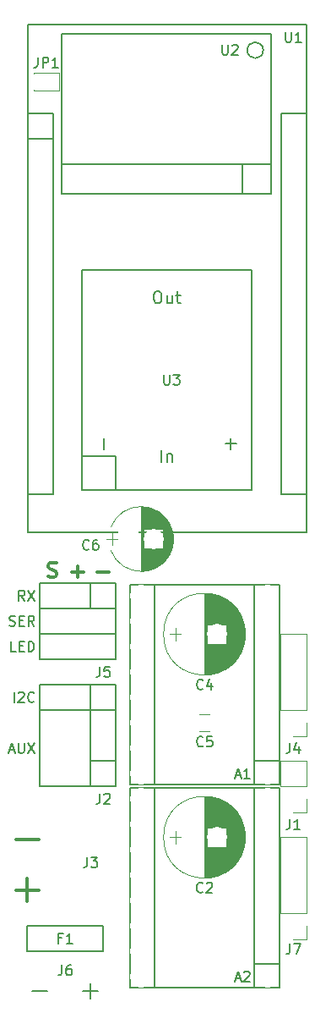
<source format=gto>
G04 #@! TF.GenerationSoftware,KiCad,Pcbnew,(5.1.9)-1*
G04 #@! TF.CreationDate,2021-04-15T13:52:47+07:00*
G04 #@! TF.ProjectId,pendulumRobotModule,70656e64-756c-4756-9d52-6f626f744d6f,rev?*
G04 #@! TF.SameCoordinates,Original*
G04 #@! TF.FileFunction,Legend,Top*
G04 #@! TF.FilePolarity,Positive*
%FSLAX46Y46*%
G04 Gerber Fmt 4.6, Leading zero omitted, Abs format (unit mm)*
G04 Created by KiCad (PCBNEW (5.1.9)-1) date 2021-04-15 13:52:47*
%MOMM*%
%LPD*%
G01*
G04 APERTURE LIST*
%ADD10C,0.200000*%
%ADD11C,0.300000*%
%ADD12C,0.150000*%
%ADD13C,0.120000*%
%ADD14C,2.200000*%
%ADD15C,3.600000*%
%ADD16C,2.000000*%
%ADD17O,2.100000X2.100000*%
%ADD18C,4.100000*%
G04 APERTURE END LIST*
D10*
X94488095Y-130952857D02*
X96011904Y-130952857D01*
X99568095Y-130952857D02*
X101091904Y-130952857D01*
X100330000Y-131714761D02*
X100330000Y-130190952D01*
X106950000Y-60937857D02*
X107178571Y-60937857D01*
X107292857Y-60995000D01*
X107407142Y-61109285D01*
X107464285Y-61337857D01*
X107464285Y-61737857D01*
X107407142Y-61966428D01*
X107292857Y-62080714D01*
X107178571Y-62137857D01*
X106950000Y-62137857D01*
X106835714Y-62080714D01*
X106721428Y-61966428D01*
X106664285Y-61737857D01*
X106664285Y-61337857D01*
X106721428Y-61109285D01*
X106835714Y-60995000D01*
X106950000Y-60937857D01*
X108492857Y-61337857D02*
X108492857Y-62137857D01*
X107978571Y-61337857D02*
X107978571Y-61966428D01*
X108035714Y-62080714D01*
X108150000Y-62137857D01*
X108321428Y-62137857D01*
X108435714Y-62080714D01*
X108492857Y-62023571D01*
X108892857Y-61337857D02*
X109350000Y-61337857D01*
X109064285Y-60937857D02*
X109064285Y-61966428D01*
X109121428Y-62080714D01*
X109235714Y-62137857D01*
X109350000Y-62137857D01*
X107407142Y-78012857D02*
X107407142Y-76812857D01*
X107978571Y-77212857D02*
X107978571Y-78012857D01*
X107978571Y-77327142D02*
X108035714Y-77270000D01*
X108150000Y-77212857D01*
X108321428Y-77212857D01*
X108435714Y-77270000D01*
X108492857Y-77384285D01*
X108492857Y-78012857D01*
X100330000Y-107950000D02*
X102870000Y-107950000D01*
X102870000Y-95250000D02*
X95250000Y-95250000D01*
X95250000Y-92710000D02*
X100330000Y-92710000D01*
X100330000Y-102870000D02*
X100330000Y-110490000D01*
X95250000Y-102870000D02*
X100330000Y-102870000D01*
X92199333Y-106846666D02*
X92675523Y-106846666D01*
X92104095Y-107132380D02*
X92437428Y-106132380D01*
X92770761Y-107132380D01*
X93104095Y-106132380D02*
X93104095Y-106941904D01*
X93151714Y-107037142D01*
X93199333Y-107084761D01*
X93294571Y-107132380D01*
X93485047Y-107132380D01*
X93580285Y-107084761D01*
X93627904Y-107037142D01*
X93675523Y-106941904D01*
X93675523Y-106132380D01*
X94056476Y-106132380D02*
X94723142Y-107132380D01*
X94723142Y-106132380D02*
X94056476Y-107132380D01*
X92675523Y-102052380D02*
X92675523Y-101052380D01*
X93104095Y-101147619D02*
X93151714Y-101100000D01*
X93246952Y-101052380D01*
X93485047Y-101052380D01*
X93580285Y-101100000D01*
X93627904Y-101147619D01*
X93675523Y-101242857D01*
X93675523Y-101338095D01*
X93627904Y-101480952D01*
X93056476Y-102052380D01*
X93675523Y-102052380D01*
X94675523Y-101957142D02*
X94627904Y-102004761D01*
X94485047Y-102052380D01*
X94389809Y-102052380D01*
X94246952Y-102004761D01*
X94151714Y-101909523D01*
X94104095Y-101814285D01*
X94056476Y-101623809D01*
X94056476Y-101480952D01*
X94104095Y-101290476D01*
X94151714Y-101195238D01*
X94246952Y-101100000D01*
X94389809Y-101052380D01*
X94485047Y-101052380D01*
X94627904Y-101100000D01*
X94675523Y-101147619D01*
X92866000Y-96972380D02*
X92389809Y-96972380D01*
X92389809Y-95972380D01*
X93199333Y-96448571D02*
X93532666Y-96448571D01*
X93675523Y-96972380D02*
X93199333Y-96972380D01*
X93199333Y-95972380D01*
X93675523Y-95972380D01*
X94104095Y-96972380D02*
X94104095Y-95972380D01*
X94342190Y-95972380D01*
X94485047Y-96020000D01*
X94580285Y-96115238D01*
X94627904Y-96210476D01*
X94675523Y-96400952D01*
X94675523Y-96543809D01*
X94627904Y-96734285D01*
X94580285Y-96829523D01*
X94485047Y-96924761D01*
X94342190Y-96972380D01*
X94104095Y-96972380D01*
X92199333Y-94384761D02*
X92342190Y-94432380D01*
X92580285Y-94432380D01*
X92675523Y-94384761D01*
X92723142Y-94337142D01*
X92770761Y-94241904D01*
X92770761Y-94146666D01*
X92723142Y-94051428D01*
X92675523Y-94003809D01*
X92580285Y-93956190D01*
X92389809Y-93908571D01*
X92294571Y-93860952D01*
X92246952Y-93813333D01*
X92199333Y-93718095D01*
X92199333Y-93622857D01*
X92246952Y-93527619D01*
X92294571Y-93480000D01*
X92389809Y-93432380D01*
X92627904Y-93432380D01*
X92770761Y-93480000D01*
X93199333Y-93908571D02*
X93532666Y-93908571D01*
X93675523Y-94432380D02*
X93199333Y-94432380D01*
X93199333Y-93432380D01*
X93675523Y-93432380D01*
X94675523Y-94432380D02*
X94342190Y-93956190D01*
X94104095Y-94432380D02*
X94104095Y-93432380D01*
X94485047Y-93432380D01*
X94580285Y-93480000D01*
X94627904Y-93527619D01*
X94675523Y-93622857D01*
X94675523Y-93765714D01*
X94627904Y-93860952D01*
X94580285Y-93908571D01*
X94485047Y-93956190D01*
X94104095Y-93956190D01*
X93723142Y-91892380D02*
X93389809Y-91416190D01*
X93151714Y-91892380D02*
X93151714Y-90892380D01*
X93532666Y-90892380D01*
X93627904Y-90940000D01*
X93675523Y-90987619D01*
X93723142Y-91082857D01*
X93723142Y-91225714D01*
X93675523Y-91320952D01*
X93627904Y-91368571D01*
X93532666Y-91416190D01*
X93151714Y-91416190D01*
X94056476Y-90892380D02*
X94723142Y-91892380D01*
X94723142Y-90892380D02*
X94056476Y-91892380D01*
D11*
X92837142Y-115784285D02*
X95122857Y-115784285D01*
X92837142Y-120864285D02*
X95122857Y-120864285D01*
X93980000Y-122007142D02*
X93980000Y-119721428D01*
X96091428Y-89507142D02*
X96305714Y-89578571D01*
X96662857Y-89578571D01*
X96805714Y-89507142D01*
X96877142Y-89435714D01*
X96948571Y-89292857D01*
X96948571Y-89150000D01*
X96877142Y-89007142D01*
X96805714Y-88935714D01*
X96662857Y-88864285D01*
X96377142Y-88792857D01*
X96234285Y-88721428D01*
X96162857Y-88650000D01*
X96091428Y-88507142D01*
X96091428Y-88364285D01*
X96162857Y-88221428D01*
X96234285Y-88150000D01*
X96377142Y-88078571D01*
X96734285Y-88078571D01*
X96948571Y-88150000D01*
X98488571Y-89007142D02*
X99631428Y-89007142D01*
X99060000Y-89578571D02*
X99060000Y-88435714D01*
X101028571Y-89007142D02*
X102171428Y-89007142D01*
D12*
X102870000Y-90170000D02*
X102870000Y-97790000D01*
X102870000Y-97790000D02*
X95250000Y-97790000D01*
X95250000Y-97790000D02*
X95250000Y-90170000D01*
X95250000Y-90170000D02*
X102870000Y-90170000D01*
X100330000Y-90170000D02*
X100330000Y-92710000D01*
X100330000Y-92710000D02*
X102870000Y-92710000D01*
X102870000Y-110490000D02*
X102870000Y-100330000D01*
X102870000Y-100330000D02*
X95250000Y-100330000D01*
X95250000Y-100330000D02*
X95250000Y-110490000D01*
X95250000Y-110490000D02*
X102870000Y-110490000D01*
X100330000Y-100330000D02*
X100330000Y-102870000D01*
X100330000Y-102870000D02*
X102870000Y-102870000D01*
X121995001Y-40640000D02*
X121995001Y-83820000D01*
X94055001Y-83820000D02*
X94055001Y-40640000D01*
X94055001Y-34290000D02*
X94055001Y-40640000D01*
X94055001Y-34290000D02*
X121995001Y-34290000D01*
X121995001Y-34290000D02*
X121995001Y-40640000D01*
X121995001Y-83820000D02*
X121995001Y-85090000D01*
X121995001Y-85090000D02*
X94055001Y-85090000D01*
X94055001Y-85090000D02*
X94055001Y-83820000D01*
X94055001Y-43180000D02*
X96595001Y-43180000D01*
X96595001Y-43180000D02*
X96595001Y-81280000D01*
X96595001Y-81280000D02*
X94055001Y-81280000D01*
X121995001Y-81280000D02*
X119455001Y-81280000D01*
X119455001Y-81280000D02*
X119455001Y-43180000D01*
X119455001Y-43180000D02*
X121995001Y-43180000D01*
X96595001Y-45720000D02*
X94055001Y-45720000D01*
X99450000Y-80850000D02*
X99450000Y-58850000D01*
X99450000Y-58850000D02*
X116450000Y-58850000D01*
X116450000Y-58850000D02*
X116450000Y-80350000D01*
X116450000Y-80350000D02*
X116450000Y-80850000D01*
X116450000Y-80850000D02*
X99450000Y-80850000D01*
X102870000Y-77470000D02*
X102870000Y-80850000D01*
X102870000Y-77470000D02*
X99450000Y-77470000D01*
X116760000Y-128270000D02*
X119260000Y-128270000D01*
X106760000Y-110650000D02*
X106760000Y-130650000D01*
X116760000Y-110650000D02*
X106760000Y-110650000D01*
X116760000Y-130650000D02*
X116760000Y-110650000D01*
X119260000Y-110650000D02*
X119260000Y-130650000D01*
X104260000Y-110650000D02*
X119260000Y-110650000D01*
X104260000Y-130650000D02*
X104260000Y-110650000D01*
X119260000Y-130650000D02*
X104260000Y-130650000D01*
X118450000Y-35180000D02*
X118450000Y-51180000D01*
X118450000Y-51180000D02*
X97450000Y-51180000D01*
X97450000Y-51180000D02*
X97450000Y-35180000D01*
X97450000Y-35180000D02*
X118450000Y-35180000D01*
X118450000Y-48260000D02*
X97450000Y-48260000D01*
X117640000Y-36830000D02*
G75*
G03*
X117640000Y-36830000I-800000J0D01*
G01*
X115570000Y-48260000D02*
X115570000Y-51180000D01*
D13*
X108890000Y-94600000D02*
X108890000Y-95900000D01*
X108290000Y-95250000D02*
X109490000Y-95250000D01*
X115821000Y-95004000D02*
X115821000Y-95496000D01*
X115781000Y-94652000D02*
X115781000Y-95848000D01*
X115741000Y-94436000D02*
X115741000Y-96064000D01*
X115701000Y-94267000D02*
X115701000Y-96233000D01*
X115661000Y-94123000D02*
X115661000Y-96377000D01*
X115621000Y-93996000D02*
X115621000Y-96504000D01*
X115581000Y-93881000D02*
X115581000Y-96619000D01*
X115541000Y-93777000D02*
X115541000Y-96723000D01*
X115501000Y-93680000D02*
X115501000Y-96820000D01*
X115461000Y-93590000D02*
X115461000Y-96910000D01*
X115421000Y-93505000D02*
X115421000Y-96995000D01*
X115381000Y-93424000D02*
X115381000Y-97076000D01*
X115341000Y-93348000D02*
X115341000Y-97152000D01*
X115301000Y-93276000D02*
X115301000Y-97224000D01*
X115261000Y-93207000D02*
X115261000Y-97293000D01*
X115221000Y-93141000D02*
X115221000Y-97359000D01*
X115181000Y-93077000D02*
X115181000Y-97423000D01*
X115141000Y-93016000D02*
X115141000Y-97484000D01*
X115101000Y-92957000D02*
X115101000Y-97543000D01*
X115061000Y-92901000D02*
X115061000Y-97599000D01*
X115021000Y-92846000D02*
X115021000Y-97654000D01*
X114981000Y-92793000D02*
X114981000Y-97707000D01*
X114941000Y-92742000D02*
X114941000Y-97758000D01*
X114901000Y-92693000D02*
X114901000Y-97807000D01*
X114861000Y-92645000D02*
X114861000Y-97855000D01*
X114821000Y-92598000D02*
X114821000Y-97902000D01*
X114781000Y-92553000D02*
X114781000Y-97947000D01*
X114741000Y-92510000D02*
X114741000Y-97990000D01*
X114701000Y-92467000D02*
X114701000Y-98033000D01*
X114661000Y-92426000D02*
X114661000Y-98074000D01*
X114621000Y-92385000D02*
X114621000Y-98115000D01*
X114581000Y-92346000D02*
X114581000Y-98154000D01*
X114541000Y-92308000D02*
X114541000Y-98192000D01*
X114501000Y-92271000D02*
X114501000Y-98229000D01*
X114461000Y-92235000D02*
X114461000Y-98265000D01*
X114421000Y-92200000D02*
X114421000Y-98300000D01*
X114381000Y-92166000D02*
X114381000Y-98334000D01*
X114341000Y-92132000D02*
X114341000Y-98368000D01*
X114301000Y-92100000D02*
X114301000Y-98400000D01*
X114261000Y-92068000D02*
X114261000Y-98432000D01*
X114221000Y-92037000D02*
X114221000Y-98463000D01*
X114181000Y-92007000D02*
X114181000Y-98493000D01*
X114141000Y-91978000D02*
X114141000Y-98522000D01*
X114101000Y-91949000D02*
X114101000Y-98551000D01*
X114061000Y-91921000D02*
X114061000Y-98579000D01*
X114021000Y-91894000D02*
X114021000Y-98606000D01*
X113981000Y-91867000D02*
X113981000Y-98633000D01*
X113941000Y-96230000D02*
X113941000Y-98658000D01*
X113941000Y-91842000D02*
X113941000Y-94270000D01*
X113901000Y-96230000D02*
X113901000Y-98684000D01*
X113901000Y-91816000D02*
X113901000Y-94270000D01*
X113861000Y-96230000D02*
X113861000Y-98708000D01*
X113861000Y-91792000D02*
X113861000Y-94270000D01*
X113821000Y-96230000D02*
X113821000Y-98732000D01*
X113821000Y-91768000D02*
X113821000Y-94270000D01*
X113781000Y-96230000D02*
X113781000Y-98755000D01*
X113781000Y-91745000D02*
X113781000Y-94270000D01*
X113741000Y-96230000D02*
X113741000Y-98778000D01*
X113741000Y-91722000D02*
X113741000Y-94270000D01*
X113701000Y-96230000D02*
X113701000Y-98800000D01*
X113701000Y-91700000D02*
X113701000Y-94270000D01*
X113661000Y-96230000D02*
X113661000Y-98822000D01*
X113661000Y-91678000D02*
X113661000Y-94270000D01*
X113621000Y-96230000D02*
X113621000Y-98843000D01*
X113621000Y-91657000D02*
X113621000Y-94270000D01*
X113581000Y-96230000D02*
X113581000Y-98863000D01*
X113581000Y-91637000D02*
X113581000Y-94270000D01*
X113541000Y-96230000D02*
X113541000Y-98883000D01*
X113541000Y-91617000D02*
X113541000Y-94270000D01*
X113501000Y-96230000D02*
X113501000Y-98902000D01*
X113501000Y-91598000D02*
X113501000Y-94270000D01*
X113461000Y-96230000D02*
X113461000Y-98921000D01*
X113461000Y-91579000D02*
X113461000Y-94270000D01*
X113421000Y-96230000D02*
X113421000Y-98940000D01*
X113421000Y-91560000D02*
X113421000Y-94270000D01*
X113381000Y-96230000D02*
X113381000Y-98957000D01*
X113381000Y-91543000D02*
X113381000Y-94270000D01*
X113341000Y-96230000D02*
X113341000Y-98975000D01*
X113341000Y-91525000D02*
X113341000Y-94270000D01*
X113301000Y-96230000D02*
X113301000Y-98991000D01*
X113301000Y-91509000D02*
X113301000Y-94270000D01*
X113261000Y-96230000D02*
X113261000Y-99008000D01*
X113261000Y-91492000D02*
X113261000Y-94270000D01*
X113221000Y-96230000D02*
X113221000Y-99023000D01*
X113221000Y-91477000D02*
X113221000Y-94270000D01*
X113181000Y-96230000D02*
X113181000Y-99039000D01*
X113181000Y-91461000D02*
X113181000Y-94270000D01*
X113141000Y-96230000D02*
X113141000Y-99053000D01*
X113141000Y-91447000D02*
X113141000Y-94270000D01*
X113101000Y-96230000D02*
X113101000Y-99068000D01*
X113101000Y-91432000D02*
X113101000Y-94270000D01*
X113061000Y-96230000D02*
X113061000Y-99082000D01*
X113061000Y-91418000D02*
X113061000Y-94270000D01*
X113021000Y-96230000D02*
X113021000Y-99095000D01*
X113021000Y-91405000D02*
X113021000Y-94270000D01*
X112981000Y-96230000D02*
X112981000Y-99108000D01*
X112981000Y-91392000D02*
X112981000Y-94270000D01*
X112941000Y-96230000D02*
X112941000Y-99120000D01*
X112941000Y-91380000D02*
X112941000Y-94270000D01*
X112901000Y-96230000D02*
X112901000Y-99133000D01*
X112901000Y-91367000D02*
X112901000Y-94270000D01*
X112861000Y-96230000D02*
X112861000Y-99144000D01*
X112861000Y-91356000D02*
X112861000Y-94270000D01*
X112821000Y-96230000D02*
X112821000Y-99155000D01*
X112821000Y-91345000D02*
X112821000Y-94270000D01*
X112781000Y-96230000D02*
X112781000Y-99166000D01*
X112781000Y-91334000D02*
X112781000Y-94270000D01*
X112741000Y-96230000D02*
X112741000Y-99176000D01*
X112741000Y-91324000D02*
X112741000Y-94270000D01*
X112701000Y-96230000D02*
X112701000Y-99186000D01*
X112701000Y-91314000D02*
X112701000Y-94270000D01*
X112661000Y-96230000D02*
X112661000Y-99196000D01*
X112661000Y-91304000D02*
X112661000Y-94270000D01*
X112621000Y-96230000D02*
X112621000Y-99205000D01*
X112621000Y-91295000D02*
X112621000Y-94270000D01*
X112581000Y-96230000D02*
X112581000Y-99213000D01*
X112581000Y-91287000D02*
X112581000Y-94270000D01*
X112541000Y-96230000D02*
X112541000Y-99221000D01*
X112541000Y-91279000D02*
X112541000Y-94270000D01*
X112501000Y-96230000D02*
X112501000Y-99229000D01*
X112501000Y-91271000D02*
X112501000Y-94270000D01*
X112461000Y-96230000D02*
X112461000Y-99237000D01*
X112461000Y-91263000D02*
X112461000Y-94270000D01*
X112420000Y-96230000D02*
X112420000Y-99244000D01*
X112420000Y-91256000D02*
X112420000Y-94270000D01*
X112380000Y-96230000D02*
X112380000Y-99250000D01*
X112380000Y-91250000D02*
X112380000Y-94270000D01*
X112340000Y-96230000D02*
X112340000Y-99256000D01*
X112340000Y-91244000D02*
X112340000Y-94270000D01*
X112300000Y-96230000D02*
X112300000Y-99262000D01*
X112300000Y-91238000D02*
X112300000Y-94270000D01*
X112260000Y-96230000D02*
X112260000Y-99267000D01*
X112260000Y-91233000D02*
X112260000Y-94270000D01*
X112220000Y-96230000D02*
X112220000Y-99272000D01*
X112220000Y-91228000D02*
X112220000Y-94270000D01*
X112180000Y-96230000D02*
X112180000Y-99277000D01*
X112180000Y-91223000D02*
X112180000Y-94270000D01*
X112140000Y-96230000D02*
X112140000Y-99281000D01*
X112140000Y-91219000D02*
X112140000Y-94270000D01*
X112100000Y-96230000D02*
X112100000Y-99285000D01*
X112100000Y-91215000D02*
X112100000Y-94270000D01*
X112060000Y-96230000D02*
X112060000Y-99288000D01*
X112060000Y-91212000D02*
X112060000Y-94270000D01*
X112020000Y-96230000D02*
X112020000Y-99291000D01*
X112020000Y-91209000D02*
X112020000Y-94270000D01*
X111980000Y-91207000D02*
X111980000Y-99293000D01*
X111940000Y-91204000D02*
X111940000Y-99296000D01*
X111900000Y-91203000D02*
X111900000Y-99297000D01*
X111860000Y-91201000D02*
X111860000Y-99299000D01*
X111820000Y-91200000D02*
X111820000Y-99300000D01*
X111780000Y-91200000D02*
X111780000Y-99300000D01*
X111740000Y-91200000D02*
X111740000Y-99300000D01*
X115830000Y-95250000D02*
G75*
G03*
X115830000Y-95250000I-4090000J0D01*
G01*
X121980000Y-113090000D02*
X120650000Y-113090000D01*
X121980000Y-111760000D02*
X121980000Y-113090000D01*
X119320000Y-110490000D02*
X121980000Y-110490000D01*
X119320000Y-107890000D02*
X119320000Y-110490000D01*
X121980000Y-107890000D02*
X119320000Y-107890000D01*
X121980000Y-110490000D02*
X121980000Y-107890000D01*
X121980000Y-105470000D02*
X120650000Y-105470000D01*
X121980000Y-104140000D02*
X121980000Y-105470000D01*
X119320000Y-102870000D02*
X121980000Y-102870000D01*
X119320000Y-95190000D02*
X119320000Y-102870000D01*
X121980000Y-95190000D02*
X119320000Y-95190000D01*
X121980000Y-102870000D02*
X121980000Y-95190000D01*
X121980000Y-125790000D02*
X120650000Y-125790000D01*
X121980000Y-124460000D02*
X121980000Y-125790000D01*
X119320000Y-123190000D02*
X121980000Y-123190000D01*
X119320000Y-115510000D02*
X119320000Y-123190000D01*
X121980000Y-115510000D02*
X119320000Y-115510000D01*
X121980000Y-123190000D02*
X121980000Y-115510000D01*
X94615000Y-40895000D02*
X94615000Y-39115000D01*
X97155000Y-39115000D02*
X97155000Y-40895000D01*
X97155000Y-39115000D02*
X94615000Y-39115000D01*
X94615000Y-40895000D02*
X97155000Y-40895000D01*
X115830000Y-115570000D02*
G75*
G03*
X115830000Y-115570000I-4090000J0D01*
G01*
X111740000Y-111520000D02*
X111740000Y-119620000D01*
X111780000Y-111520000D02*
X111780000Y-119620000D01*
X111820000Y-111520000D02*
X111820000Y-119620000D01*
X111860000Y-111521000D02*
X111860000Y-119619000D01*
X111900000Y-111523000D02*
X111900000Y-119617000D01*
X111940000Y-111524000D02*
X111940000Y-119616000D01*
X111980000Y-111527000D02*
X111980000Y-119613000D01*
X112020000Y-111529000D02*
X112020000Y-114590000D01*
X112020000Y-116550000D02*
X112020000Y-119611000D01*
X112060000Y-111532000D02*
X112060000Y-114590000D01*
X112060000Y-116550000D02*
X112060000Y-119608000D01*
X112100000Y-111535000D02*
X112100000Y-114590000D01*
X112100000Y-116550000D02*
X112100000Y-119605000D01*
X112140000Y-111539000D02*
X112140000Y-114590000D01*
X112140000Y-116550000D02*
X112140000Y-119601000D01*
X112180000Y-111543000D02*
X112180000Y-114590000D01*
X112180000Y-116550000D02*
X112180000Y-119597000D01*
X112220000Y-111548000D02*
X112220000Y-114590000D01*
X112220000Y-116550000D02*
X112220000Y-119592000D01*
X112260000Y-111553000D02*
X112260000Y-114590000D01*
X112260000Y-116550000D02*
X112260000Y-119587000D01*
X112300000Y-111558000D02*
X112300000Y-114590000D01*
X112300000Y-116550000D02*
X112300000Y-119582000D01*
X112340000Y-111564000D02*
X112340000Y-114590000D01*
X112340000Y-116550000D02*
X112340000Y-119576000D01*
X112380000Y-111570000D02*
X112380000Y-114590000D01*
X112380000Y-116550000D02*
X112380000Y-119570000D01*
X112420000Y-111576000D02*
X112420000Y-114590000D01*
X112420000Y-116550000D02*
X112420000Y-119564000D01*
X112461000Y-111583000D02*
X112461000Y-114590000D01*
X112461000Y-116550000D02*
X112461000Y-119557000D01*
X112501000Y-111591000D02*
X112501000Y-114590000D01*
X112501000Y-116550000D02*
X112501000Y-119549000D01*
X112541000Y-111599000D02*
X112541000Y-114590000D01*
X112541000Y-116550000D02*
X112541000Y-119541000D01*
X112581000Y-111607000D02*
X112581000Y-114590000D01*
X112581000Y-116550000D02*
X112581000Y-119533000D01*
X112621000Y-111615000D02*
X112621000Y-114590000D01*
X112621000Y-116550000D02*
X112621000Y-119525000D01*
X112661000Y-111624000D02*
X112661000Y-114590000D01*
X112661000Y-116550000D02*
X112661000Y-119516000D01*
X112701000Y-111634000D02*
X112701000Y-114590000D01*
X112701000Y-116550000D02*
X112701000Y-119506000D01*
X112741000Y-111644000D02*
X112741000Y-114590000D01*
X112741000Y-116550000D02*
X112741000Y-119496000D01*
X112781000Y-111654000D02*
X112781000Y-114590000D01*
X112781000Y-116550000D02*
X112781000Y-119486000D01*
X112821000Y-111665000D02*
X112821000Y-114590000D01*
X112821000Y-116550000D02*
X112821000Y-119475000D01*
X112861000Y-111676000D02*
X112861000Y-114590000D01*
X112861000Y-116550000D02*
X112861000Y-119464000D01*
X112901000Y-111687000D02*
X112901000Y-114590000D01*
X112901000Y-116550000D02*
X112901000Y-119453000D01*
X112941000Y-111700000D02*
X112941000Y-114590000D01*
X112941000Y-116550000D02*
X112941000Y-119440000D01*
X112981000Y-111712000D02*
X112981000Y-114590000D01*
X112981000Y-116550000D02*
X112981000Y-119428000D01*
X113021000Y-111725000D02*
X113021000Y-114590000D01*
X113021000Y-116550000D02*
X113021000Y-119415000D01*
X113061000Y-111738000D02*
X113061000Y-114590000D01*
X113061000Y-116550000D02*
X113061000Y-119402000D01*
X113101000Y-111752000D02*
X113101000Y-114590000D01*
X113101000Y-116550000D02*
X113101000Y-119388000D01*
X113141000Y-111767000D02*
X113141000Y-114590000D01*
X113141000Y-116550000D02*
X113141000Y-119373000D01*
X113181000Y-111781000D02*
X113181000Y-114590000D01*
X113181000Y-116550000D02*
X113181000Y-119359000D01*
X113221000Y-111797000D02*
X113221000Y-114590000D01*
X113221000Y-116550000D02*
X113221000Y-119343000D01*
X113261000Y-111812000D02*
X113261000Y-114590000D01*
X113261000Y-116550000D02*
X113261000Y-119328000D01*
X113301000Y-111829000D02*
X113301000Y-114590000D01*
X113301000Y-116550000D02*
X113301000Y-119311000D01*
X113341000Y-111845000D02*
X113341000Y-114590000D01*
X113341000Y-116550000D02*
X113341000Y-119295000D01*
X113381000Y-111863000D02*
X113381000Y-114590000D01*
X113381000Y-116550000D02*
X113381000Y-119277000D01*
X113421000Y-111880000D02*
X113421000Y-114590000D01*
X113421000Y-116550000D02*
X113421000Y-119260000D01*
X113461000Y-111899000D02*
X113461000Y-114590000D01*
X113461000Y-116550000D02*
X113461000Y-119241000D01*
X113501000Y-111918000D02*
X113501000Y-114590000D01*
X113501000Y-116550000D02*
X113501000Y-119222000D01*
X113541000Y-111937000D02*
X113541000Y-114590000D01*
X113541000Y-116550000D02*
X113541000Y-119203000D01*
X113581000Y-111957000D02*
X113581000Y-114590000D01*
X113581000Y-116550000D02*
X113581000Y-119183000D01*
X113621000Y-111977000D02*
X113621000Y-114590000D01*
X113621000Y-116550000D02*
X113621000Y-119163000D01*
X113661000Y-111998000D02*
X113661000Y-114590000D01*
X113661000Y-116550000D02*
X113661000Y-119142000D01*
X113701000Y-112020000D02*
X113701000Y-114590000D01*
X113701000Y-116550000D02*
X113701000Y-119120000D01*
X113741000Y-112042000D02*
X113741000Y-114590000D01*
X113741000Y-116550000D02*
X113741000Y-119098000D01*
X113781000Y-112065000D02*
X113781000Y-114590000D01*
X113781000Y-116550000D02*
X113781000Y-119075000D01*
X113821000Y-112088000D02*
X113821000Y-114590000D01*
X113821000Y-116550000D02*
X113821000Y-119052000D01*
X113861000Y-112112000D02*
X113861000Y-114590000D01*
X113861000Y-116550000D02*
X113861000Y-119028000D01*
X113901000Y-112136000D02*
X113901000Y-114590000D01*
X113901000Y-116550000D02*
X113901000Y-119004000D01*
X113941000Y-112162000D02*
X113941000Y-114590000D01*
X113941000Y-116550000D02*
X113941000Y-118978000D01*
X113981000Y-112187000D02*
X113981000Y-118953000D01*
X114021000Y-112214000D02*
X114021000Y-118926000D01*
X114061000Y-112241000D02*
X114061000Y-118899000D01*
X114101000Y-112269000D02*
X114101000Y-118871000D01*
X114141000Y-112298000D02*
X114141000Y-118842000D01*
X114181000Y-112327000D02*
X114181000Y-118813000D01*
X114221000Y-112357000D02*
X114221000Y-118783000D01*
X114261000Y-112388000D02*
X114261000Y-118752000D01*
X114301000Y-112420000D02*
X114301000Y-118720000D01*
X114341000Y-112452000D02*
X114341000Y-118688000D01*
X114381000Y-112486000D02*
X114381000Y-118654000D01*
X114421000Y-112520000D02*
X114421000Y-118620000D01*
X114461000Y-112555000D02*
X114461000Y-118585000D01*
X114501000Y-112591000D02*
X114501000Y-118549000D01*
X114541000Y-112628000D02*
X114541000Y-118512000D01*
X114581000Y-112666000D02*
X114581000Y-118474000D01*
X114621000Y-112705000D02*
X114621000Y-118435000D01*
X114661000Y-112746000D02*
X114661000Y-118394000D01*
X114701000Y-112787000D02*
X114701000Y-118353000D01*
X114741000Y-112830000D02*
X114741000Y-118310000D01*
X114781000Y-112873000D02*
X114781000Y-118267000D01*
X114821000Y-112918000D02*
X114821000Y-118222000D01*
X114861000Y-112965000D02*
X114861000Y-118175000D01*
X114901000Y-113013000D02*
X114901000Y-118127000D01*
X114941000Y-113062000D02*
X114941000Y-118078000D01*
X114981000Y-113113000D02*
X114981000Y-118027000D01*
X115021000Y-113166000D02*
X115021000Y-117974000D01*
X115061000Y-113221000D02*
X115061000Y-117919000D01*
X115101000Y-113277000D02*
X115101000Y-117863000D01*
X115141000Y-113336000D02*
X115141000Y-117804000D01*
X115181000Y-113397000D02*
X115181000Y-117743000D01*
X115221000Y-113461000D02*
X115221000Y-117679000D01*
X115261000Y-113527000D02*
X115261000Y-117613000D01*
X115301000Y-113596000D02*
X115301000Y-117544000D01*
X115341000Y-113668000D02*
X115341000Y-117472000D01*
X115381000Y-113744000D02*
X115381000Y-117396000D01*
X115421000Y-113825000D02*
X115421000Y-117315000D01*
X115461000Y-113910000D02*
X115461000Y-117230000D01*
X115501000Y-114000000D02*
X115501000Y-117140000D01*
X115541000Y-114097000D02*
X115541000Y-117043000D01*
X115581000Y-114201000D02*
X115581000Y-116939000D01*
X115621000Y-114316000D02*
X115621000Y-116824000D01*
X115661000Y-114443000D02*
X115661000Y-116697000D01*
X115701000Y-114587000D02*
X115701000Y-116553000D01*
X115741000Y-114756000D02*
X115741000Y-116384000D01*
X115781000Y-114972000D02*
X115781000Y-116168000D01*
X115821000Y-115324000D02*
X115821000Y-115816000D01*
X108290000Y-115570000D02*
X109490000Y-115570000D01*
X108890000Y-114920000D02*
X108890000Y-116220000D01*
D12*
X93980000Y-127000000D02*
X101600000Y-127000000D01*
X93980000Y-124460000D02*
X93980000Y-127000000D01*
X101600000Y-124460000D02*
X93980000Y-124460000D01*
X101600000Y-127000000D02*
X101600000Y-124460000D01*
X119260000Y-110330000D02*
X104260000Y-110330000D01*
X104260000Y-110330000D02*
X104260000Y-90330000D01*
X104260000Y-90330000D02*
X119260000Y-90330000D01*
X119260000Y-90330000D02*
X119260000Y-110330000D01*
X116760000Y-110330000D02*
X116760000Y-90330000D01*
X116760000Y-90330000D02*
X106760000Y-90330000D01*
X106760000Y-90330000D02*
X106760000Y-110330000D01*
X116760000Y-107950000D02*
X119260000Y-107950000D01*
D13*
X112260000Y-103290000D02*
X111260000Y-103290000D01*
X111260000Y-104990000D02*
X112260000Y-104990000D01*
X105390000Y-82525000D02*
X105390000Y-88925000D01*
X105430000Y-82525000D02*
X105430000Y-88925000D01*
X105470000Y-82525000D02*
X105470000Y-88925000D01*
X105510000Y-82527000D02*
X105510000Y-88923000D01*
X105550000Y-82528000D02*
X105550000Y-88922000D01*
X105590000Y-82531000D02*
X105590000Y-88919000D01*
X105630000Y-82533000D02*
X105630000Y-88917000D01*
X105670000Y-82537000D02*
X105670000Y-84745000D01*
X105670000Y-86705000D02*
X105670000Y-88913000D01*
X105710000Y-82540000D02*
X105710000Y-84745000D01*
X105710000Y-86705000D02*
X105710000Y-88910000D01*
X105750000Y-82545000D02*
X105750000Y-84745000D01*
X105750000Y-86705000D02*
X105750000Y-88905000D01*
X105790000Y-82549000D02*
X105790000Y-84745000D01*
X105790000Y-86705000D02*
X105790000Y-88901000D01*
X105830000Y-82555000D02*
X105830000Y-84745000D01*
X105830000Y-86705000D02*
X105830000Y-88895000D01*
X105870000Y-82560000D02*
X105870000Y-84745000D01*
X105870000Y-86705000D02*
X105870000Y-88890000D01*
X105910000Y-82567000D02*
X105910000Y-84745000D01*
X105910000Y-86705000D02*
X105910000Y-88883000D01*
X105950000Y-82573000D02*
X105950000Y-84745000D01*
X105950000Y-86705000D02*
X105950000Y-88877000D01*
X105990000Y-82581000D02*
X105990000Y-84745000D01*
X105990000Y-86705000D02*
X105990000Y-88869000D01*
X106030000Y-82588000D02*
X106030000Y-84745000D01*
X106030000Y-86705000D02*
X106030000Y-88862000D01*
X106070000Y-82597000D02*
X106070000Y-84745000D01*
X106070000Y-86705000D02*
X106070000Y-88853000D01*
X106111000Y-82606000D02*
X106111000Y-84745000D01*
X106111000Y-86705000D02*
X106111000Y-88844000D01*
X106151000Y-82615000D02*
X106151000Y-84745000D01*
X106151000Y-86705000D02*
X106151000Y-88835000D01*
X106191000Y-82625000D02*
X106191000Y-84745000D01*
X106191000Y-86705000D02*
X106191000Y-88825000D01*
X106231000Y-82635000D02*
X106231000Y-84745000D01*
X106231000Y-86705000D02*
X106231000Y-88815000D01*
X106271000Y-82646000D02*
X106271000Y-84745000D01*
X106271000Y-86705000D02*
X106271000Y-88804000D01*
X106311000Y-82658000D02*
X106311000Y-84745000D01*
X106311000Y-86705000D02*
X106311000Y-88792000D01*
X106351000Y-82670000D02*
X106351000Y-84745000D01*
X106351000Y-86705000D02*
X106351000Y-88780000D01*
X106391000Y-82683000D02*
X106391000Y-84745000D01*
X106391000Y-86705000D02*
X106391000Y-88767000D01*
X106431000Y-82696000D02*
X106431000Y-84745000D01*
X106431000Y-86705000D02*
X106431000Y-88754000D01*
X106471000Y-82710000D02*
X106471000Y-84745000D01*
X106471000Y-86705000D02*
X106471000Y-88740000D01*
X106511000Y-82724000D02*
X106511000Y-84745000D01*
X106511000Y-86705000D02*
X106511000Y-88726000D01*
X106551000Y-82739000D02*
X106551000Y-84745000D01*
X106551000Y-86705000D02*
X106551000Y-88711000D01*
X106591000Y-82755000D02*
X106591000Y-84745000D01*
X106591000Y-86705000D02*
X106591000Y-88695000D01*
X106631000Y-82771000D02*
X106631000Y-84745000D01*
X106631000Y-86705000D02*
X106631000Y-88679000D01*
X106671000Y-82788000D02*
X106671000Y-84745000D01*
X106671000Y-86705000D02*
X106671000Y-88662000D01*
X106711000Y-82806000D02*
X106711000Y-84745000D01*
X106711000Y-86705000D02*
X106711000Y-88644000D01*
X106751000Y-82824000D02*
X106751000Y-84745000D01*
X106751000Y-86705000D02*
X106751000Y-88626000D01*
X106791000Y-82843000D02*
X106791000Y-84745000D01*
X106791000Y-86705000D02*
X106791000Y-88607000D01*
X106831000Y-82862000D02*
X106831000Y-84745000D01*
X106831000Y-86705000D02*
X106831000Y-88588000D01*
X106871000Y-82882000D02*
X106871000Y-84745000D01*
X106871000Y-86705000D02*
X106871000Y-88568000D01*
X106911000Y-82903000D02*
X106911000Y-84745000D01*
X106911000Y-86705000D02*
X106911000Y-88547000D01*
X106951000Y-82925000D02*
X106951000Y-84745000D01*
X106951000Y-86705000D02*
X106951000Y-88525000D01*
X106991000Y-82947000D02*
X106991000Y-84745000D01*
X106991000Y-86705000D02*
X106991000Y-88503000D01*
X107031000Y-82970000D02*
X107031000Y-84745000D01*
X107031000Y-86705000D02*
X107031000Y-88480000D01*
X107071000Y-82994000D02*
X107071000Y-84745000D01*
X107071000Y-86705000D02*
X107071000Y-88456000D01*
X107111000Y-83019000D02*
X107111000Y-84745000D01*
X107111000Y-86705000D02*
X107111000Y-88431000D01*
X107151000Y-83044000D02*
X107151000Y-84745000D01*
X107151000Y-86705000D02*
X107151000Y-88406000D01*
X107191000Y-83071000D02*
X107191000Y-84745000D01*
X107191000Y-86705000D02*
X107191000Y-88379000D01*
X107231000Y-83098000D02*
X107231000Y-84745000D01*
X107231000Y-86705000D02*
X107231000Y-88352000D01*
X107271000Y-83126000D02*
X107271000Y-84745000D01*
X107271000Y-86705000D02*
X107271000Y-88324000D01*
X107311000Y-83155000D02*
X107311000Y-84745000D01*
X107311000Y-86705000D02*
X107311000Y-88295000D01*
X107351000Y-83185000D02*
X107351000Y-84745000D01*
X107351000Y-86705000D02*
X107351000Y-88265000D01*
X107391000Y-83215000D02*
X107391000Y-84745000D01*
X107391000Y-86705000D02*
X107391000Y-88235000D01*
X107431000Y-83247000D02*
X107431000Y-84745000D01*
X107431000Y-86705000D02*
X107431000Y-88203000D01*
X107471000Y-83280000D02*
X107471000Y-84745000D01*
X107471000Y-86705000D02*
X107471000Y-88170000D01*
X107511000Y-83314000D02*
X107511000Y-84745000D01*
X107511000Y-86705000D02*
X107511000Y-88136000D01*
X107551000Y-83350000D02*
X107551000Y-84745000D01*
X107551000Y-86705000D02*
X107551000Y-88100000D01*
X107591000Y-83386000D02*
X107591000Y-84745000D01*
X107591000Y-86705000D02*
X107591000Y-88064000D01*
X107631000Y-83424000D02*
X107631000Y-88026000D01*
X107671000Y-83463000D02*
X107671000Y-87987000D01*
X107711000Y-83503000D02*
X107711000Y-87947000D01*
X107751000Y-83545000D02*
X107751000Y-87905000D01*
X107791000Y-83588000D02*
X107791000Y-87862000D01*
X107831000Y-83633000D02*
X107831000Y-87817000D01*
X107871000Y-83680000D02*
X107871000Y-87770000D01*
X107911000Y-83728000D02*
X107911000Y-87722000D01*
X107951000Y-83779000D02*
X107951000Y-87671000D01*
X107991000Y-83831000D02*
X107991000Y-87619000D01*
X108031000Y-83886000D02*
X108031000Y-87564000D01*
X108071000Y-83944000D02*
X108071000Y-87506000D01*
X108111000Y-84004000D02*
X108111000Y-87446000D01*
X108151000Y-84067000D02*
X108151000Y-87383000D01*
X108191000Y-84134000D02*
X108191000Y-87316000D01*
X108231000Y-84205000D02*
X108231000Y-87245000D01*
X108271000Y-84280000D02*
X108271000Y-87170000D01*
X108311000Y-84361000D02*
X108311000Y-87089000D01*
X108351000Y-84447000D02*
X108351000Y-87003000D01*
X108391000Y-84541000D02*
X108391000Y-86909000D01*
X108431000Y-84644000D02*
X108431000Y-86806000D01*
X108471000Y-84759000D02*
X108471000Y-86691000D01*
X108511000Y-84891000D02*
X108511000Y-86559000D01*
X108551000Y-85049000D02*
X108551000Y-86401000D01*
X108591000Y-85257000D02*
X108591000Y-86193000D01*
X101940000Y-85725000D02*
X103140000Y-85725000D01*
X102540000Y-85075000D02*
X102540000Y-86375000D01*
X108407820Y-86904136D02*
G75*
G03*
X108407482Y-84545000I-3017820J1179136D01*
G01*
X108407820Y-86904136D02*
G75*
G02*
X102372518Y-86905000I-3017820J1179136D01*
G01*
X108407820Y-84545864D02*
G75*
G03*
X102372518Y-84545000I-3017820J-1179136D01*
G01*
D12*
X101266666Y-98512380D02*
X101266666Y-99226666D01*
X101219047Y-99369523D01*
X101123809Y-99464761D01*
X100980952Y-99512380D01*
X100885714Y-99512380D01*
X102219047Y-98512380D02*
X101742857Y-98512380D01*
X101695238Y-98988571D01*
X101742857Y-98940952D01*
X101838095Y-98893333D01*
X102076190Y-98893333D01*
X102171428Y-98940952D01*
X102219047Y-98988571D01*
X102266666Y-99083809D01*
X102266666Y-99321904D01*
X102219047Y-99417142D01*
X102171428Y-99464761D01*
X102076190Y-99512380D01*
X101838095Y-99512380D01*
X101742857Y-99464761D01*
X101695238Y-99417142D01*
X101266666Y-111212380D02*
X101266666Y-111926666D01*
X101219047Y-112069523D01*
X101123809Y-112164761D01*
X100980952Y-112212380D01*
X100885714Y-112212380D01*
X101695238Y-111307619D02*
X101742857Y-111260000D01*
X101838095Y-111212380D01*
X102076190Y-111212380D01*
X102171428Y-111260000D01*
X102219047Y-111307619D01*
X102266666Y-111402857D01*
X102266666Y-111498095D01*
X102219047Y-111640952D01*
X101647619Y-112212380D01*
X102266666Y-112212380D01*
X119888095Y-35012380D02*
X119888095Y-35821904D01*
X119935714Y-35917142D01*
X119983333Y-35964761D01*
X120078571Y-36012380D01*
X120269047Y-36012380D01*
X120364285Y-35964761D01*
X120411904Y-35917142D01*
X120459523Y-35821904D01*
X120459523Y-35012380D01*
X121459523Y-36012380D02*
X120888095Y-36012380D01*
X121173809Y-36012380D02*
X121173809Y-35012380D01*
X121078571Y-35155238D01*
X120983333Y-35250476D01*
X120888095Y-35298095D01*
X107688095Y-69302380D02*
X107688095Y-70111904D01*
X107735714Y-70207142D01*
X107783333Y-70254761D01*
X107878571Y-70302380D01*
X108069047Y-70302380D01*
X108164285Y-70254761D01*
X108211904Y-70207142D01*
X108259523Y-70111904D01*
X108259523Y-69302380D01*
X108640476Y-69302380D02*
X109259523Y-69302380D01*
X108926190Y-69683333D01*
X109069047Y-69683333D01*
X109164285Y-69730952D01*
X109211904Y-69778571D01*
X109259523Y-69873809D01*
X109259523Y-70111904D01*
X109211904Y-70207142D01*
X109164285Y-70254761D01*
X109069047Y-70302380D01*
X108783333Y-70302380D01*
X108688095Y-70254761D01*
X108640476Y-70207142D01*
X114407142Y-76771428D02*
X114407142Y-75628571D01*
X114978571Y-76200000D02*
X113835714Y-76200000D01*
X101707142Y-76771428D02*
X101707142Y-75628571D01*
X114855714Y-129706666D02*
X115331904Y-129706666D01*
X114760476Y-129992380D02*
X115093809Y-128992380D01*
X115427142Y-129992380D01*
X115712857Y-129087619D02*
X115760476Y-129040000D01*
X115855714Y-128992380D01*
X116093809Y-128992380D01*
X116189047Y-129040000D01*
X116236666Y-129087619D01*
X116284285Y-129182857D01*
X116284285Y-129278095D01*
X116236666Y-129420952D01*
X115665238Y-129992380D01*
X116284285Y-129992380D01*
X113538095Y-36282380D02*
X113538095Y-37091904D01*
X113585714Y-37187142D01*
X113633333Y-37234761D01*
X113728571Y-37282380D01*
X113919047Y-37282380D01*
X114014285Y-37234761D01*
X114061904Y-37187142D01*
X114109523Y-37091904D01*
X114109523Y-36282380D01*
X114538095Y-36377619D02*
X114585714Y-36330000D01*
X114680952Y-36282380D01*
X114919047Y-36282380D01*
X115014285Y-36330000D01*
X115061904Y-36377619D01*
X115109523Y-36472857D01*
X115109523Y-36568095D01*
X115061904Y-36710952D01*
X114490476Y-37282380D01*
X115109523Y-37282380D01*
X111593333Y-100687142D02*
X111545714Y-100734761D01*
X111402857Y-100782380D01*
X111307619Y-100782380D01*
X111164761Y-100734761D01*
X111069523Y-100639523D01*
X111021904Y-100544285D01*
X110974285Y-100353809D01*
X110974285Y-100210952D01*
X111021904Y-100020476D01*
X111069523Y-99925238D01*
X111164761Y-99830000D01*
X111307619Y-99782380D01*
X111402857Y-99782380D01*
X111545714Y-99830000D01*
X111593333Y-99877619D01*
X112450476Y-100115714D02*
X112450476Y-100782380D01*
X112212380Y-99734761D02*
X111974285Y-100449047D01*
X112593333Y-100449047D01*
X120316666Y-113752380D02*
X120316666Y-114466666D01*
X120269047Y-114609523D01*
X120173809Y-114704761D01*
X120030952Y-114752380D01*
X119935714Y-114752380D01*
X121316666Y-114752380D02*
X120745238Y-114752380D01*
X121030952Y-114752380D02*
X121030952Y-113752380D01*
X120935714Y-113895238D01*
X120840476Y-113990476D01*
X120745238Y-114038095D01*
X120316666Y-106132380D02*
X120316666Y-106846666D01*
X120269047Y-106989523D01*
X120173809Y-107084761D01*
X120030952Y-107132380D01*
X119935714Y-107132380D01*
X121221428Y-106465714D02*
X121221428Y-107132380D01*
X120983333Y-106084761D02*
X120745238Y-106799047D01*
X121364285Y-106799047D01*
X120316666Y-126242380D02*
X120316666Y-126956666D01*
X120269047Y-127099523D01*
X120173809Y-127194761D01*
X120030952Y-127242380D01*
X119935714Y-127242380D01*
X120697619Y-126242380D02*
X121364285Y-126242380D01*
X120935714Y-127242380D01*
X95051666Y-37552380D02*
X95051666Y-38266666D01*
X95004047Y-38409523D01*
X94908809Y-38504761D01*
X94765952Y-38552380D01*
X94670714Y-38552380D01*
X95527857Y-38552380D02*
X95527857Y-37552380D01*
X95908809Y-37552380D01*
X96004047Y-37600000D01*
X96051666Y-37647619D01*
X96099285Y-37742857D01*
X96099285Y-37885714D01*
X96051666Y-37980952D01*
X96004047Y-38028571D01*
X95908809Y-38076190D01*
X95527857Y-38076190D01*
X97051666Y-38552380D02*
X96480238Y-38552380D01*
X96765952Y-38552380D02*
X96765952Y-37552380D01*
X96670714Y-37695238D01*
X96575476Y-37790476D01*
X96480238Y-37838095D01*
X99996666Y-117562380D02*
X99996666Y-118276666D01*
X99949047Y-118419523D01*
X99853809Y-118514761D01*
X99710952Y-118562380D01*
X99615714Y-118562380D01*
X100377619Y-117562380D02*
X100996666Y-117562380D01*
X100663333Y-117943333D01*
X100806190Y-117943333D01*
X100901428Y-117990952D01*
X100949047Y-118038571D01*
X100996666Y-118133809D01*
X100996666Y-118371904D01*
X100949047Y-118467142D01*
X100901428Y-118514761D01*
X100806190Y-118562380D01*
X100520476Y-118562380D01*
X100425238Y-118514761D01*
X100377619Y-118467142D01*
X111573333Y-121007142D02*
X111525714Y-121054761D01*
X111382857Y-121102380D01*
X111287619Y-121102380D01*
X111144761Y-121054761D01*
X111049523Y-120959523D01*
X111001904Y-120864285D01*
X110954285Y-120673809D01*
X110954285Y-120530952D01*
X111001904Y-120340476D01*
X111049523Y-120245238D01*
X111144761Y-120150000D01*
X111287619Y-120102380D01*
X111382857Y-120102380D01*
X111525714Y-120150000D01*
X111573333Y-120197619D01*
X111954285Y-120197619D02*
X112001904Y-120150000D01*
X112097142Y-120102380D01*
X112335238Y-120102380D01*
X112430476Y-120150000D01*
X112478095Y-120197619D01*
X112525714Y-120292857D01*
X112525714Y-120388095D01*
X112478095Y-120530952D01*
X111906666Y-121102380D01*
X112525714Y-121102380D01*
X97456666Y-125658571D02*
X97123333Y-125658571D01*
X97123333Y-126182380D02*
X97123333Y-125182380D01*
X97599523Y-125182380D01*
X98504285Y-126182380D02*
X97932857Y-126182380D01*
X98218571Y-126182380D02*
X98218571Y-125182380D01*
X98123333Y-125325238D01*
X98028095Y-125420476D01*
X97932857Y-125468095D01*
X114855714Y-109386666D02*
X115331904Y-109386666D01*
X114760476Y-109672380D02*
X115093809Y-108672380D01*
X115427142Y-109672380D01*
X116284285Y-109672380D02*
X115712857Y-109672380D01*
X115998571Y-109672380D02*
X115998571Y-108672380D01*
X115903333Y-108815238D01*
X115808095Y-108910476D01*
X115712857Y-108958095D01*
X111593333Y-106402142D02*
X111545714Y-106449761D01*
X111402857Y-106497380D01*
X111307619Y-106497380D01*
X111164761Y-106449761D01*
X111069523Y-106354523D01*
X111021904Y-106259285D01*
X110974285Y-106068809D01*
X110974285Y-105925952D01*
X111021904Y-105735476D01*
X111069523Y-105640238D01*
X111164761Y-105545000D01*
X111307619Y-105497380D01*
X111402857Y-105497380D01*
X111545714Y-105545000D01*
X111593333Y-105592619D01*
X112498095Y-105497380D02*
X112021904Y-105497380D01*
X111974285Y-105973571D01*
X112021904Y-105925952D01*
X112117142Y-105878333D01*
X112355238Y-105878333D01*
X112450476Y-105925952D01*
X112498095Y-105973571D01*
X112545714Y-106068809D01*
X112545714Y-106306904D01*
X112498095Y-106402142D01*
X112450476Y-106449761D01*
X112355238Y-106497380D01*
X112117142Y-106497380D01*
X112021904Y-106449761D01*
X111974285Y-106402142D01*
X100163333Y-86717142D02*
X100115714Y-86764761D01*
X99972857Y-86812380D01*
X99877619Y-86812380D01*
X99734761Y-86764761D01*
X99639523Y-86669523D01*
X99591904Y-86574285D01*
X99544285Y-86383809D01*
X99544285Y-86240952D01*
X99591904Y-86050476D01*
X99639523Y-85955238D01*
X99734761Y-85860000D01*
X99877619Y-85812380D01*
X99972857Y-85812380D01*
X100115714Y-85860000D01*
X100163333Y-85907619D01*
X101020476Y-85812380D02*
X100830000Y-85812380D01*
X100734761Y-85860000D01*
X100687142Y-85907619D01*
X100591904Y-86050476D01*
X100544285Y-86240952D01*
X100544285Y-86621904D01*
X100591904Y-86717142D01*
X100639523Y-86764761D01*
X100734761Y-86812380D01*
X100925238Y-86812380D01*
X101020476Y-86764761D01*
X101068095Y-86717142D01*
X101115714Y-86621904D01*
X101115714Y-86383809D01*
X101068095Y-86288571D01*
X101020476Y-86240952D01*
X100925238Y-86193333D01*
X100734761Y-86193333D01*
X100639523Y-86240952D01*
X100591904Y-86288571D01*
X100544285Y-86383809D01*
X97456666Y-128357380D02*
X97456666Y-129071666D01*
X97409047Y-129214523D01*
X97313809Y-129309761D01*
X97170952Y-129357380D01*
X97075714Y-129357380D01*
X98361428Y-128357380D02*
X98170952Y-128357380D01*
X98075714Y-128405000D01*
X98028095Y-128452619D01*
X97932857Y-128595476D01*
X97885238Y-128785952D01*
X97885238Y-129166904D01*
X97932857Y-129262142D01*
X97980476Y-129309761D01*
X98075714Y-129357380D01*
X98266190Y-129357380D01*
X98361428Y-129309761D01*
X98409047Y-129262142D01*
X98456666Y-129166904D01*
X98456666Y-128928809D01*
X98409047Y-128833571D01*
X98361428Y-128785952D01*
X98266190Y-128738333D01*
X98075714Y-128738333D01*
X97980476Y-128785952D01*
X97932857Y-128833571D01*
X97885238Y-128928809D01*
%LPC*%
D14*
X96520000Y-96520000D03*
X99060000Y-96520000D03*
X101600000Y-96520000D03*
X96520000Y-93980000D03*
X99060000Y-93980000D03*
X101600000Y-93980000D03*
X96520000Y-91440000D03*
X99060000Y-91440000D03*
G36*
G01*
X100700000Y-90340000D02*
X102500000Y-90340000D01*
G75*
G02*
X102700000Y-90540000I0J-200000D01*
G01*
X102700000Y-92340000D01*
G75*
G02*
X102500000Y-92540000I-200000J0D01*
G01*
X100700000Y-92540000D01*
G75*
G02*
X100500000Y-92340000I0J200000D01*
G01*
X100500000Y-90540000D01*
G75*
G02*
X100700000Y-90340000I200000J0D01*
G01*
G37*
X96520000Y-109220000D03*
X99060000Y-109220000D03*
X101600000Y-109220000D03*
X96520000Y-106680000D03*
X99060000Y-106680000D03*
X101600000Y-106680000D03*
X96520000Y-104140000D03*
X99060000Y-104140000D03*
X101600000Y-104140000D03*
X96520000Y-101600000D03*
X99060000Y-101600000D03*
G36*
G01*
X100700000Y-100500000D02*
X102500000Y-100500000D01*
G75*
G02*
X102700000Y-100700000I0J-200000D01*
G01*
X102700000Y-102500000D01*
G75*
G02*
X102500000Y-102700000I-200000J0D01*
G01*
X100700000Y-102700000D01*
G75*
G02*
X100500000Y-102500000I0J200000D01*
G01*
X100500000Y-100700000D01*
G75*
G02*
X100700000Y-100500000I200000J0D01*
G01*
G37*
X120725001Y-44450000D03*
X120725001Y-46990000D03*
X120725001Y-49530000D03*
X120725001Y-52070000D03*
X120725001Y-54610000D03*
X120725001Y-57150000D03*
X120725001Y-59690000D03*
X120725001Y-62230000D03*
X120725001Y-64770000D03*
X120725001Y-67310000D03*
X120725001Y-69850000D03*
X120725001Y-72390000D03*
X120725001Y-74930000D03*
X120725001Y-77470000D03*
X120725001Y-80010000D03*
X95325001Y-80010000D03*
X95325001Y-77470000D03*
X95325001Y-74930000D03*
X95325001Y-72390000D03*
X95325001Y-69850000D03*
X95325001Y-67310000D03*
X95325001Y-64770000D03*
X95325001Y-62230000D03*
X95325001Y-59690000D03*
X95325001Y-57150000D03*
X95325001Y-54610000D03*
X95325001Y-52070000D03*
X95325001Y-49530000D03*
X95325001Y-46990000D03*
G36*
G01*
X94225001Y-45350000D02*
X94225001Y-43550000D01*
G75*
G02*
X94425001Y-43350000I200000J0D01*
G01*
X96225001Y-43350000D01*
G75*
G02*
X96425001Y-43550000I0J-200000D01*
G01*
X96425001Y-45350000D01*
G75*
G02*
X96225001Y-45550000I-200000J0D01*
G01*
X94425001Y-45550000D01*
G75*
G02*
X94225001Y-45350000I0J200000D01*
G01*
G37*
X101250000Y-60550000D03*
X114650000Y-60550000D03*
X114650000Y-79150000D03*
X101250000Y-79150000D03*
X118110000Y-129540000D03*
X118110000Y-127000000D03*
X118110000Y-124460000D03*
X118110000Y-121920000D03*
X118110000Y-119380000D03*
X118110000Y-116840000D03*
X118110000Y-114300000D03*
X118110000Y-111760000D03*
X105410000Y-111760000D03*
X105410000Y-114300000D03*
X105410000Y-116840000D03*
X105410000Y-119380000D03*
X105410000Y-121920000D03*
X105410000Y-124460000D03*
X105410000Y-127000000D03*
X105410000Y-129540000D03*
D15*
X111440000Y-55020000D03*
D14*
X99060000Y-49530000D03*
X101600000Y-49530000D03*
X104140000Y-49530000D03*
X106680000Y-49530000D03*
X109220000Y-49530000D03*
X111760000Y-49530000D03*
X114300000Y-49530000D03*
G36*
G01*
X115940000Y-48430000D02*
X117740000Y-48430000D01*
G75*
G02*
X117940000Y-48630000I0J-200000D01*
G01*
X117940000Y-50430000D01*
G75*
G02*
X117740000Y-50630000I-200000J0D01*
G01*
X115940000Y-50630000D01*
G75*
G02*
X115740000Y-50430000I0J200000D01*
G01*
X115740000Y-48630000D01*
G75*
G02*
X115940000Y-48430000I200000J0D01*
G01*
G37*
G36*
G01*
X109490000Y-96050000D02*
X109490000Y-94450000D01*
G75*
G02*
X109690000Y-94250000I200000J0D01*
G01*
X111290000Y-94250000D01*
G75*
G02*
X111490000Y-94450000I0J-200000D01*
G01*
X111490000Y-96050000D01*
G75*
G02*
X111290000Y-96250000I-200000J0D01*
G01*
X109690000Y-96250000D01*
G75*
G02*
X109490000Y-96050000I0J200000D01*
G01*
G37*
D16*
X112990000Y-95250000D03*
G36*
G01*
X121700000Y-110910000D02*
X121700000Y-112610000D01*
G75*
G02*
X121500000Y-112810000I-200000J0D01*
G01*
X119800000Y-112810000D01*
G75*
G02*
X119600000Y-112610000I0J200000D01*
G01*
X119600000Y-110910000D01*
G75*
G02*
X119800000Y-110710000I200000J0D01*
G01*
X121500000Y-110710000D01*
G75*
G02*
X121700000Y-110910000I0J-200000D01*
G01*
G37*
D17*
X120650000Y-109220000D03*
G36*
G01*
X121700000Y-103290000D02*
X121700000Y-104990000D01*
G75*
G02*
X121500000Y-105190000I-200000J0D01*
G01*
X119800000Y-105190000D01*
G75*
G02*
X119600000Y-104990000I0J200000D01*
G01*
X119600000Y-103290000D01*
G75*
G02*
X119800000Y-103090000I200000J0D01*
G01*
X121500000Y-103090000D01*
G75*
G02*
X121700000Y-103290000I0J-200000D01*
G01*
G37*
X120650000Y-101600000D03*
X120650000Y-99060000D03*
X120650000Y-96520000D03*
G36*
G01*
X121700000Y-123610000D02*
X121700000Y-125310000D01*
G75*
G02*
X121500000Y-125510000I-200000J0D01*
G01*
X119800000Y-125510000D01*
G75*
G02*
X119600000Y-125310000I0J200000D01*
G01*
X119600000Y-123610000D01*
G75*
G02*
X119800000Y-123410000I200000J0D01*
G01*
X121500000Y-123410000D01*
G75*
G02*
X121700000Y-123610000I0J-200000D01*
G01*
G37*
X120650000Y-121920000D03*
X120650000Y-119380000D03*
X120650000Y-116840000D03*
G36*
G01*
X95730001Y-40840000D02*
X94759999Y-40840000D01*
G75*
G02*
X94560000Y-40640001I0J199999D01*
G01*
X94560000Y-39369999D01*
G75*
G02*
X94759999Y-39170000I199999J0D01*
G01*
X95730001Y-39170000D01*
G75*
G02*
X95930000Y-39369999I0J-199999D01*
G01*
X95930000Y-40640001D01*
G75*
G02*
X95730001Y-40840000I-199999J0D01*
G01*
G37*
G36*
G01*
X97010001Y-40840000D02*
X96039999Y-40840000D01*
G75*
G02*
X95840000Y-40640001I0J199999D01*
G01*
X95840000Y-39369999D01*
G75*
G02*
X96039999Y-39170000I199999J0D01*
G01*
X97010001Y-39170000D01*
G75*
G02*
X97210000Y-39369999I0J-199999D01*
G01*
X97210000Y-40640001D01*
G75*
G02*
X97010001Y-40840000I-199999J0D01*
G01*
G37*
D18*
X97790000Y-115570000D03*
X97790000Y-120650000D03*
D16*
X112990000Y-115570000D03*
G36*
G01*
X109490000Y-116370000D02*
X109490000Y-114770000D01*
G75*
G02*
X109690000Y-114570000I200000J0D01*
G01*
X111290000Y-114570000D01*
G75*
G02*
X111490000Y-114770000I0J-200000D01*
G01*
X111490000Y-116370000D01*
G75*
G02*
X111290000Y-116570000I-200000J0D01*
G01*
X109690000Y-116570000D01*
G75*
G02*
X109490000Y-116370000I0J200000D01*
G01*
G37*
D15*
X111440000Y-126020000D03*
D16*
X100330000Y-125730000D03*
X95250000Y-125730000D03*
D14*
X105410000Y-109220000D03*
X105410000Y-106680000D03*
X105410000Y-104140000D03*
X105410000Y-101600000D03*
X105410000Y-99060000D03*
X105410000Y-96520000D03*
X105410000Y-93980000D03*
X105410000Y-91440000D03*
X118110000Y-91440000D03*
X118110000Y-93980000D03*
X118110000Y-96520000D03*
X118110000Y-99060000D03*
X118110000Y-101600000D03*
X118110000Y-104140000D03*
X118110000Y-106680000D03*
X118110000Y-109220000D03*
G36*
G01*
X112060000Y-104765000D02*
X112060000Y-103515000D01*
G75*
G02*
X112260000Y-103315000I200000J0D01*
G01*
X113760000Y-103315000D01*
G75*
G02*
X113960000Y-103515000I0J-200000D01*
G01*
X113960000Y-104765000D01*
G75*
G02*
X113760000Y-104965000I-200000J0D01*
G01*
X112260000Y-104965000D01*
G75*
G02*
X112060000Y-104765000I0J200000D01*
G01*
G37*
G36*
G01*
X109560000Y-104765000D02*
X109560000Y-103515000D01*
G75*
G02*
X109760000Y-103315000I200000J0D01*
G01*
X111260000Y-103315000D01*
G75*
G02*
X111460000Y-103515000I0J-200000D01*
G01*
X111460000Y-104765000D01*
G75*
G02*
X111260000Y-104965000I-200000J0D01*
G01*
X109760000Y-104965000D01*
G75*
G02*
X109560000Y-104765000I0J200000D01*
G01*
G37*
D16*
X106640000Y-85725000D03*
G36*
G01*
X103140000Y-86525000D02*
X103140000Y-84925000D01*
G75*
G02*
X103340000Y-84725000I200000J0D01*
G01*
X104940000Y-84725000D01*
G75*
G02*
X105140000Y-84925000I0J-200000D01*
G01*
X105140000Y-86525000D01*
G75*
G02*
X104940000Y-86725000I-200000J0D01*
G01*
X103340000Y-86725000D01*
G75*
G02*
X103140000Y-86525000I0J200000D01*
G01*
G37*
D14*
X100330000Y-128905000D03*
X95250000Y-128905000D03*
M02*

</source>
